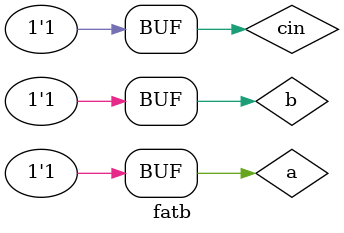
<source format=v>
`timescale 1ns / 1ps



module fatb();
reg  a, b , cin;
wire  sum, cout;
fa uut(sum,cout,a,b,cin);
initial
  begin
    $monitor ($time,  "   a=%b  b=%b    cin=%b  sum=%b  cout=%b  ",a,b,cin,sum,cout);
  end 
 
initial begin
 	         a = 0; b =0;  cin = 0;
  #100;		a = 0; b =0;  cin = 1;
  #100;		a = 0; b =1;  cin = 0;
  #100;    	a = 0; b =1;  cin = 1;
  #100;		a = 1; b =0;  cin = 0;
  #100;		a = 1; b =0;  cin = 1;
  #100;		a = 1; b =1;  cin = 0;
  #100; 	   a = 1; b =1;  cin = 1;
  #100;
    end
   
  
endmodule
 
</source>
